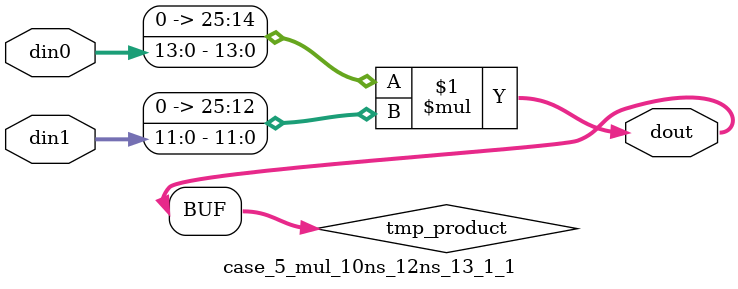
<source format=v>

`timescale 1 ns / 1 ps

 (* use_dsp = "no" *)  module case_5_mul_10ns_12ns_13_1_1(din0, din1, dout);
parameter ID = 1;
parameter NUM_STAGE = 0;
parameter din0_WIDTH = 14;
parameter din1_WIDTH = 12;
parameter dout_WIDTH = 26;

input [din0_WIDTH - 1 : 0] din0; 
input [din1_WIDTH - 1 : 0] din1; 
output [dout_WIDTH - 1 : 0] dout;

wire signed [dout_WIDTH - 1 : 0] tmp_product;
























assign tmp_product = $signed({1'b0, din0}) * $signed({1'b0, din1});











assign dout = tmp_product;





















endmodule

</source>
